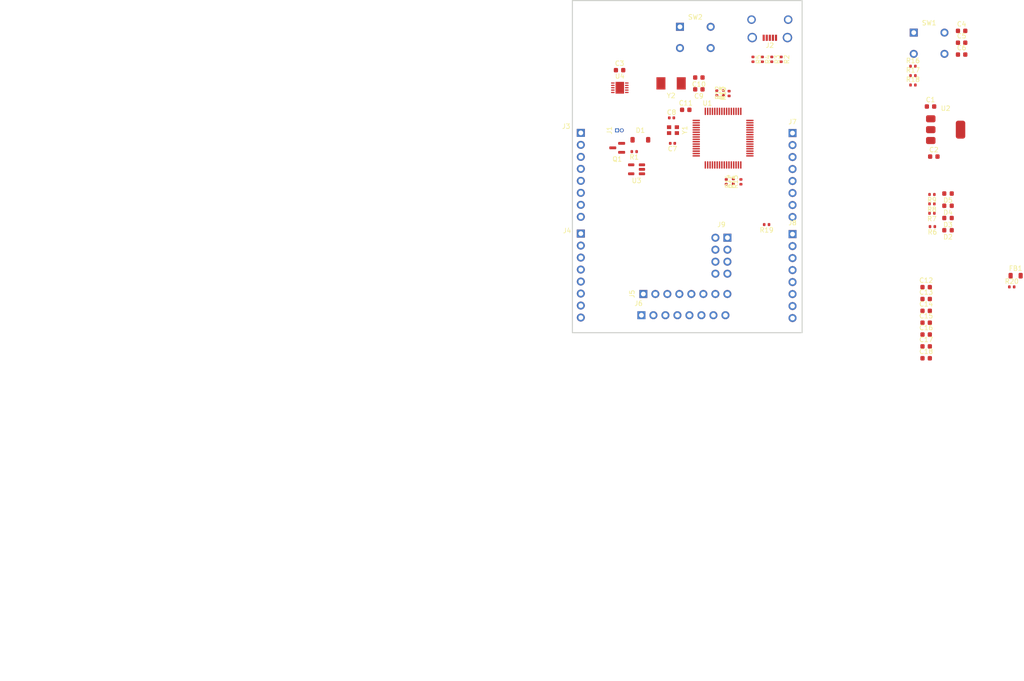
<source format=kicad_pcb>
(kicad_pcb (version 20241229) (generator "pcbnew") (generator_version "9.0")
  (layers (0 "F.Cu" signal) (2 "B.Cu" signal) (13 "F.Paste" user) (15 "B.Paste" user) (5 "F.SilkS" user "F.Silkscreen") (7 "B.SilkS" user "B.Silkscreen") (1 "F.Mask" user) (3 "B.Mask" user) (25 "Edge.Cuts" user))
  (net 0 "")
  (net 1 "/PB12-Y5")
  (net 2 "/PA9-VBUS")
  (net 3 "/PC13-X18")
  (net 4 "/PA15-YEL-P3")
  (net 5 "/PB14-Y7")
  (net 6 "/N4")
  (net 7 "/PB1-Y12")
  (net 8 "/PB9-Y4")
  (net 9 "/PA7-X8")
  (net 10 "/PA14-GRN-P4")
  (net 11 "/PC3-X22")
  (net 12 "/PA0-X1")
  (net 13 "/PB3-SW-X17")
  (net 14 "/N1")
  (net 15 "/PA13-RED-P5")
  (net 16 "/PB13-Y6")
  (net 17 "/PB5-MMA_AVDD")
  (net 18 "/PB7-SDA-X10")
  (net 19 "/PC11-SDIO_D3")
  (net 20 "/PC9-SDIO_D1")
  (net 21 "/PB11-Y10")
  (net 22 "/VCAP1")
  (net 23 "/PA1-X2")
  (net 24 "/PA4-X5")
  (net 25 "/PA3-X4")
  (net 26 "/N2")
  (net 27 "/PB2-BOOT1-MMA-INT")
  (net 28 "/PC4-X11")
  (net 29 "/PC6-Y1")
  (net 30 "/PB15-Y8")
  (net 31 "/PB4-BLU-P2")
  (net 32 "/RST#")
  (net 33 "/PA8-SDIO_SW")
  (net 34 "/PA5-X6")
  (net 35 "/PA2-X3")
  (net 36 "/PA10-ID")
  (net 37 "/PC1-X20")
  (net 38 "/VCAP2")
  (net 39 "/PB0-Y11")
  (net 40 "/N3")
  (net 41 "/PC8-SDIO_D0")
  (net 42 "/PC2-X21")
  (net 43 "/BOOT0-P1")
  (net 44 "/PB6-SCL-X9")
  (net 45 "/PA12-DP")
  (net 46 "/PC12-SDIO_CK")
  (net 47 "/PC5-X12")
  (net 48 "/PA6-X7")
  (net 49 "/PC0-X19")
  (net 50 "/PD2-SDIO_CMD")
  (net 51 "/PB8-Y3")
  (net 52 "/PC10-SDIO_D2")
  (net 53 "/PA11-DM")
  (net 54 "/PC7-Y2")
  (net 55 "/PB10-Y9")
  (net 56 "GND")
  (net 57 "+5V")
  (net 58 "+3V3")
  (net 59 "/VBUS")
  (net 60 "/R")
  (net 61 "/G")
  (net 62 "/Y")
  (net 63 "/B")
  (net 64 "VBAT")
  (net 65 "/ID")
  (net 66 "/D+")
  (net 67 "/D-")
  (net 68 "Net-(Q1-G)")
  (net 71 "/USR-SW")
  (net 75 "VBACKUP")
  (net 76 "A3V3")
  (net 77 "Net-(J5-Pin_6)")
  (net 78 "/P9B")
  (net 79 "/P10A")
  (net 80 "/P10D")
  (net 81 "/P10B")
  (net 82 "/P10C")
  (net 83 "/P9C")
  (net 84 "/P9D")
  (net 85 "/P9A")
  (footprint "Package_TO_SOT_SMD:SOT-23" (layer "F.Cu") (at 122.8 86.05 180)
    (property "Reference" "Q1" (at 0 -2.4 0) (layer "F.SilkS"))
    (property "Value" "DMP2160UW" (hide yes))
    (pad "1" smd roundrect (at -0.9375 -0.95 180) (size 1.475 0.6) (layers "F.Cu" "F.Mask" "F.Paste") (net 68 "Net-(Q1-G)"))
    (pad "2" smd roundrect (at -0.9375 0.95 180) (size 1.475 0.6) (layers "F.Cu" "F.Mask" "F.Paste") (net 57 "+5V"))
    (pad "3" smd roundrect (at 0.9375 0 180) (size 1.475 0.6) (layers "F.Cu" "F.Mask" "F.Paste") (net 64 "VBAT"))
  )
  (footprint "LED_SMD:LED_0603_1608Metric" (layer "F.Cu") (at 192.8 95.73 180)
    (property "Reference" "D5" (at 0 -1.43 0) (layer "F.SilkS"))
    (property "Value" "LED-BLUE" (hide yes))
    (pad "1" smd roundrect (at -0.7875 0 180) (size 0.875 0.95) (layers "F.Cu" "F.Mask" "F.Paste") (net 56 "GND"))
    (pad "2" smd roundrect (at 0.7875 0 180) (size 0.875 0.95) (layers "F.Cu" "F.Mask" "F.Paste") (net 63 "/B"))
  )
  (footprint "Connector_PinHeader_2.54mm:PinHeader_1x08_P2.54mm_Vertical" (layer "F.Cu") (at 115.1 82.88)
    (property "Reference" "J3" (at -3.1 -1.38 0) (layer "F.SilkS"))
    (property "Value" "Conn_01x08" (hide yes))
    (pad "1" thru_hole rect (at 0 0) (size 1.7 1.7) (drill 1) (layers "*.Cu" "*.Mask") (net 29 "/PC6-Y1"))
    (pad "2" thru_hole circle (at 0 2.54) (size 1.7 1.7) (drill 1) (layers "*.Cu" "*.Mask") (net 54 "/PC7-Y2"))
    (pad "3" thru_hole circle (at 0 5.08) (size 1.7 1.7) (drill 1) (layers "*.Cu" "*.Mask") (net 51 "/PB8-Y3"))
    (pad "4" thru_hole circle (at 0 7.62) (size 1.7 1.7) (drill 1) (layers "*.Cu" "*.Mask") (net 8 "/PB9-Y4"))
    (pad "5" thru_hole circle (at 0 10.16) (size 1.7 1.7) (drill 1) (layers "*.Cu" "*.Mask") (net 1 "/PB12-Y5"))
    (pad "6" thru_hole circle (at 0 12.7) (size 1.7 1.7) (drill 1) (layers "*.Cu" "*.Mask") (net 16 "/PB13-Y6"))
    (pad "7" thru_hole circle (at 0 15.24) (size 1.7 1.7) (drill 1) (layers "*.Cu" "*.Mask") (net 5 "/PB14-Y7"))
    (pad "8" thru_hole circle (at 0 17.78) (size 1.7 1.7) (drill 1) (layers "*.Cu" "*.Mask") (net 30 "/PB15-Y8"))
  )
  (footprint "Package_DFN_QFN:WDFN-10-1EP_3x3mm_P0.5mm_EP1.8x2.5mm" (layer "F.Cu") (at 123.35 73.325)
    (property "Reference" "U4" (at 0 -2.45 0) (layer "F.SilkS"))
    (property "Value" "MMA7660" (hide yes))
    (pad "1" smd roundrect (at -1.475 -1) (size 0.75 0.25) (layers "F.Cu" "F.Mask" "F.Paste") (net 56 "GND"))
    (pad "2" smd roundrect (at -1.475 -0.5) (size 0.75 0.25) (layers "F.Cu" "F.Mask" "F.Paste") (net 56 "GND"))
    (pad "3" smd roundrect (at -1.475 0) (size 0.75 0.25) (layers "F.Cu" "F.Mask" "F.Paste") (net 17 "/PB5-MMA_AVDD"))
    (pad "4" smd roundrect (at -1.475 0.5) (size 0.75 0.25) (layers "F.Cu" "F.Mask" "F.Paste") (net 56 "GND"))
    (pad "5" smd roundrect (at -1.475 1) (size 0.75 0.25) (layers "F.Cu" "F.Mask" "F.Paste") (net 27 "/PB2-BOOT1-MMA-INT"))
    (pad "6" smd roundrect (at 1.475 1) (size 0.75 0.25) (layers "F.Cu" "F.Mask" "F.Paste") (net 44 "/PB6-SCL-X9"))
    (pad "7" smd roundrect (at 1.475 0.5) (size 0.75 0.25) (layers "F.Cu" "F.Mask" "F.Paste") (net 18 "/PB7-SDA-X10"))
    (pad "8" smd roundrect (at 1.475 0) (size 0.75 0.25) (layers "F.Cu" "F.Mask" "F.Paste") (net 56 "GND"))
    (pad "9" smd roundrect (at 1.475 -0.5) (size 0.75 0.25) (layers "F.Cu" "F.Mask" "F.Paste") (net 58 "+3V3"))
    (pad "10" smd roundrect (at 1.475 -1) (size 0.75 0.25) (layers "F.Cu" "F.Mask" "F.Paste") (net 56 "GND"))
    (pad "11" smd rect (at 0 0) (size 1.8 2.5) (property pad_prop_heatsink) (layers "F.Cu" "F.Mask"))
  )
  (footprint "Resistor_SMD:R_0402_1005Metric" (layer "F.Cu") (at 146.475 74.55 90)
    (property "Reference" "R10" (at 0 -1.17 90) (layer "F.SilkS"))
    (property "Value" "100k" (hide yes))
    (pad "1" smd roundrect (at -0.51 0 90) (size 0.54 0.64) (layers "F.Cu" "F.Mask" "F.Paste") (net 17 "/PB5-MMA_AVDD"))
    (pad "2" smd roundrect (at 0.51 0 90) (size 0.54 0.64) (layers "F.Cu" "F.Mask" "F.Paste") (net 56 "GND"))
  )
  (footprint "Resistor_SMD:R_0402_1005Metric" (layer "F.Cu") (at 206.29 115.5)
    (property "Reference" "R20" (at 0 -1.17 0) (layer "F.SilkS"))
    (property "Value" "220R" (hide yes))
    (pad "1" smd roundrect (at -0.51 0) (size 0.54 0.64) (layers "F.Cu" "F.Mask" "F.Paste") (net 75 "VBACKUP"))
    (pad "2" smd roundrect (at 0.51 0) (size 0.54 0.64) (layers "F.Cu" "F.Mask" "F.Paste") (net 77 "Net-(J5-Pin_6)"))
  )
  (footprint "Capacitor_SMD:C_0603_1608Metric" (layer "F.Cu") (at 195.68 63.79)
    (property "Reference" "C5" (at 0 -1.43 0) (layer "F.SilkS"))
    (property "Value" "2u2" (hide yes))
    (pad "1" smd roundrect (at -0.775 0) (size 0.9 0.95) (layers "F.Cu" "F.Mask" "F.Paste") (net 38 "/VCAP2"))
    (pad "2" smd roundrect (at 0.775 0) (size 0.9 0.95) (layers "F.Cu" "F.Mask" "F.Paste") (net 56 "GND"))
  )
  (footprint "Resistor_SMD:R_0402_1005Metric" (layer "F.Cu") (at 154.41 102.3 180)
    (property "Reference" "R19" (at 0 -1.17 0) (layer "F.SilkS"))
    (property "Value" "100k" (hide yes))
    (pad "1" smd roundrect (at -0.51 0 180) (size 0.54 0.64) (layers "F.Cu" "F.Mask" "F.Paste") (net 58 "+3V3"))
    (pad "2" smd roundrect (at 0.51 0 180) (size 0.54 0.64) (layers "F.Cu" "F.Mask" "F.Paste") (net 36 "/PA10-ID"))
  )
  (footprint "Resistor_SMD:R_0402_1005Metric" (layer "F.Cu") (at 147.375 93.15 90)
    (property "Reference" "R14" (at 0 -1.17 90) (layer "F.SilkS"))
    (property "Value" "4k7" (hide yes))
    (pad "1" smd roundrect (at -0.51 0 90) (size 0.54 0.64) (layers "F.Cu" "F.Mask" "F.Paste") (net 58 "+3V3"))
    (pad "2" smd roundrect (at 0.51 0 90) (size 0.54 0.64) (layers "F.Cu" "F.Mask" "F.Paste") (net 55 "/PB10-Y9"))
  )
  (footprint "Inductor_SMD:L_0805_2012Metric" (layer "F.Cu") (at 207.11 113.13)
    (property "Reference" "FB1" (at 0 -1.55 0) (layer "F.SilkS"))
    (property "Value" "1k" (hide yes))
    (pad "1" smd roundrect (at -1.0625 0) (size 0.875 1.2) (layers "F.Cu" "F.Mask" "F.Paste") (net 58 "+3V3"))
    (pad "2" smd roundrect (at 1.0625 0) (size 0.875 1.2) (layers "F.Cu" "F.Mask" "F.Paste") (net 76 "A3V3"))
  )
  (footprint "Resistor_SMD:R_0402_1005Metric" (layer "F.Cu") (at 145.875 93.25 -90)
    (property "Reference" "R11" (at 0 -1.17 90) (layer "F.SilkS"))
    (property "Value" "100k" (hide yes))
    (pad "1" smd roundrect (at -0.51 0 270) (size 0.54 0.64) (layers "F.Cu" "F.Mask" "F.Paste") (net 27 "/PB2-BOOT1-MMA-INT"))
    (pad "2" smd roundrect (at 0.51 0 270) (size 0.54 0.64) (layers "F.Cu" "F.Mask" "F.Paste") (net 56 "GND"))
  )
  (footprint "Connector_PinHeader_2.54mm:PinHeader_1x08_P2.54mm_Vertical" (layer "F.Cu") (at 115.1 104.21)
    (property "Reference" "J4" (at -2.9 -0.61 0) (layer "F.SilkS"))
    (property "Value" "Conn_01x08" (hide yes))
    (pad "1" thru_hole rect (at 0 0) (size 1.7 1.7) (drill 1) (layers "*.Cu" "*.Mask") (net 44 "/PB6-SCL-X9"))
    (pad "2" thru_hole circle (at 0 2.54) (size 1.7 1.7) (drill 1) (layers "*.Cu" "*.Mask") (net 18 "/PB7-SDA-X10"))
    (pad "3" thru_hole circle (at 0 5.08) (size 1.7 1.7) (drill 1) (layers "*.Cu" "*.Mask") (net 28 "/PC4-X11"))
    (pad "4" thru_hole circle (at 0 7.62) (size 1.7 1.7) (drill 1) (layers "*.Cu" "*.Mask") (net 47 "/PC5-X12"))
    (pad "5" thru_hole circle (at 0 10.16) (size 1.7 1.7) (drill 1) (layers "*.Cu" "*.Mask") (net 32 "/RST#"))
    (pad "6" thru_hole circle (at 0 12.7) (size 1.7 1.7) (drill 1) (layers "*.Cu" "*.Mask") (net 56 "GND"))
    (pad "7" thru_hole circle (at 0 15.24) (size 1.7 1.7) (drill 1) (layers "*.Cu" "*.Mask") (net 58 "+3V3"))
    (pad "8" thru_hole circle (at 0 17.78) (size 1.7 1.7) (drill 1) (layers "*.Cu" "*.Mask") (net 57 "+5V"))
  )
  (footprint "Resistor_SMD:R_0402_1005Metric" (layer "F.Cu") (at 189.4 99.91 180)
    (property "Reference" "R7" (at 0 -1.17 0) (layer "F.SilkS"))
    (property "Value" "560R" (hide yes))
    (pad "1" smd roundrect (at -0.51 0 180) (size 0.54 0.64) (layers "F.Cu" "F.Mask" "F.Paste") (net 10 "/PA14-GRN-P4"))
    (pad "2" smd roundrect (at 0.51 0 180) (size 0.54 0.64) (layers "F.Cu" "F.Mask" "F.Paste") (net 61 "/G"))
  )
  (footprint "Resistor_SMD:R_0402_1005Metric" (layer "F.Cu") (at 189.4 97.92 180)
    (property "Reference" "R8" (at 0 -1.17 0) (layer "F.SilkS"))
    (property "Value" "560R" (hide yes))
    (pad "1" smd roundrect (at -0.51 0 180) (size 0.54 0.64) (layers "F.Cu" "F.Mask" "F.Paste") (net 4 "/PA15-YEL-P3"))
    (pad "2" smd roundrect (at 0.51 0 180) (size 0.54 0.64) (layers "F.Cu" "F.Mask" "F.Paste") (net 62 "/Y"))
  )
  (footprint "Connector_PinSocket_2.54mm:PinSocket_2x04_P2.54mm_Vertical" (layer "F.Cu") (at 146.12 105.08)
    (property "Reference" "J9" (at -1.27 -2.77 0) (layer "F.SilkS"))
    (property "Value" "Conn_02x04_Odd_Even" (hide yes))
    (pad "1" thru_hole rect (at 0 0) (size 1.7 1.7) (drill 1) (layers "*.Cu" "*.Mask") (net 84 "/P9D"))
    (pad "2" thru_hole circle (at -2.54 0) (size 1.7 1.7) (drill 1) (layers "*.Cu" "*.Mask") (net 80 "/P10D"))
    (pad "3" thru_hole circle (at 0 2.54) (size 1.7 1.7) (drill 1) (layers "*.Cu" "*.Mask") (net 83 "/P9C"))
    (pad "4" thru_hole circle (at -2.54 2.54) (size 1.7 1.7) (drill 1) (layers "*.Cu" "*.Mask") (net 82 "/P10C"))
    (pad "5" thru_hole circle (at 0 5.08) (size 1.7 1.7) (drill 1) (layers "*.Cu" "*.Mask") (net 78 "/P9B"))
    (pad "6" thru_hole circle (at -2.54 5.08) (size 1.7 1.7) (drill 1) (layers "*.Cu" "*.Mask") (net 81 "/P10B"))
    (pad "7" thru_hole circle (at 0 7.62) (size 1.7 1.7) (drill 1) (layers "*.Cu" "*.Mask") (net 85 "/P9A"))
    (pad "8" thru_hole circle (at -2.54 7.62) (size 1.7 1.7) (drill 1) (layers "*.Cu" "*.Mask") (net 79 "/P10A"))
  )
  (footprint "Capacitor_SMD:C_0603_1608Metric" (layer "F.Cu") (at 189.1 77.3)
    (property "Reference" "C1" (at 0 -1.43 0) (layer "F.SilkS"))
    (property "Value" "2u2" (hide yes))
    (pad "1" smd roundrect (at -0.775 0) (size 0.9 0.95) (layers "F.Cu" "F.Mask" "F.Paste") (net 57 "+5V"))
    (pad "2" smd roundrect (at 0.775 0) (size 0.9 0.95) (layers "F.Cu" "F.Mask" "F.Paste") (net 56 "GND"))
  )
  (footprint "Connector_USB:USB_Micro-B_Wuerth_629105150521_CircularHoles" (layer "F.Cu") (at 155.1 60.85 180)
    (property "Reference" "J2" (at 0 -3.5 180) (layer "F.SilkS"))
    (property "Value" "USB_B_Micro" (hide yes))
    (pad "" np_thru_hole circle (at -2.5 -0.8 180) (size 0.8 0.8) (drill 0.8) (layers "*.Cu" "*.Mask"))
    (pad "" np_thru_hole circle (at 2.5 -0.8 180) (size 0.8 0.8) (drill 0.8) (layers "*.Cu" "*.Mask"))
    (pad "1" smd rect (at -1.3 -1.9 180) (size 0.45 1.3) (layers "F.Cu" "F.Mask" "F.Paste") (net 59 "/VBUS"))
    (pad "2" smd rect (at -0.65 -1.9 180) (size 0.45 1.3) (layers "F.Cu" "F.Mask" "F.Paste") (net 67 "/D-"))
    (pad "3" smd rect (at 0 -1.9 180) (size 0.45 1.3) (layers "F.Cu" "F.Mask" "F.Paste") (net 66 "/D+"))
    (pad "4" smd rect (at 0.65 -1.9 180) (size 0.45 1.3) (layers "F.Cu" "F.Mask" "F.Paste") (net 65 "/ID"))
    (pad "5" smd rect (at 1.3 -1.9 180) (size 0.45 1.3) (layers "F.Cu" "F.Mask" "F.Paste") (net 56 "GND"))
    (pad "6" thru_hole circle (at -3.875 1.95 180) (size 1.8 1.8) (drill 1.2) (property pad_prop_heatsink) (layers "*.Cu" "*.Mask") (net 56 "GND"))
    (pad "6" thru_hole circle (at -3.725 -1.85 180) (size 2 2) (drill 1.4) (property pad_prop_heatsink) (layers "*.Cu" "*.Mask") (net 56 "GND"))
    (pad "6" thru_hole circle (at 3.725 -1.85 180) (size 2 2) (drill 1.4) (property pad_prop_heatsink) (layers "*.Cu" "*.Mask") (net 56 "GND"))
    (pad "6" thru_hole circle (at 3.875 1.95 180) (size 1.8 1.8) (drill 1.2) (property pad_prop_heatsink) (layers "*.Cu" "*.Mask") (net 56 "GND"))
  )
  (footprint "LED_SMD:LED_0603_1608Metric" (layer "F.Cu") (at 192.8 103.5 180)
    (property "Reference" "D2" (at 0 -1.43 0) (layer "F.SilkS"))
    (property "Value" "LED-RED" (hide yes))
    (pad "1" smd roundrect (at -0.7875 0 180) (size 0.875 0.95) (layers "F.Cu" "F.Mask" "F.Paste") (net 56 "GND"))
    (pad "2" smd roundrect (at 0.7875 0 180) (size 0.875 0.95) (layers "F.Cu" "F.Mask" "F.Paste") (net 60 "/R"))
  )
  (footprint "Resistor_SMD:R_0402_1005Metric" (layer "F.Cu") (at 148.975 93.25 90)
    (property "Reference" "R15" (at 0 -1.17 90) (layer "F.SilkS"))
    (property "Value" "4k7" (hide yes))
    (pad "1" smd roundrect (at -0.51 0 90) (size 0.54 0.64) (layers "F.Cu" "F.Mask" "F.Paste") (net 58 "+3V3"))
    (pad "2" smd roundrect (at 0.51 0 90) (size 0.54 0.64) (layers "F.Cu" "F.Mask" "F.Paste") (net 21 "/PB11-Y10"))
  )
  (footprint "Capacitor_SMD:C_0603_1608Metric" (layer "F.Cu") (at 195.68 61.28)
    (property "Reference" "C4" (at 0 -1.43 0) (layer "F.SilkS"))
    (property "Value" "2u2" (hide yes))
    (pad "1" smd roundrect (at -0.775 0) (size 0.9 0.95) (layers "F.Cu" "F.Mask" "F.Paste") (net 22 "/VCAP1"))
    (pad "2" smd roundrect (at 0.775 0) (size 0.9 0.95) (layers "F.Cu" "F.Mask" "F.Paste") (net 56 "GND"))
  )
  (footprint "Resistor_SMD:R_0402_1005Metric" (layer "F.Cu") (at 189.4 95.93 180)
    (property "Reference" "R9" (at 0 -1.17 0) (layer "F.SilkS"))
    (property "Value" "220R" (hide yes))
    (pad "1" smd roundrect (at -0.51 0 180) (size 0.54 0.64) (layers "F.Cu" "F.Mask" "F.Paste") (net 31 "/PB4-BLU-P2"))
    (pad "2" smd roundrect (at 0.51 0 180) (size 0.54 0.64) (layers "F.Cu" "F.Mask" "F.Paste") (net 63 "/B"))
  )
  (footprint "Resistor_SMD:R_0402_1005Metric" (layer "F.Cu") (at 185.38 68.77)
    (property "Reference" "R16" (at 0 -1.17 0) (layer "F.SilkS"))
    (property "Value" "4k7" (hide yes))
    (pad "1" smd roundrect (at -0.51 0) (size 0.54 0.64) (layers "F.Cu" "F.Mask" "F.Paste") (net 13 "/PB3-SW-X17"))
    (pad "2" smd roundrect (at 0.51 0) (size 0.54 0.64) (layers "F.Cu" "F.Mask" "F.Paste") (net 71 "/USR-SW"))
  )
  (footprint "Capacitor_SMD:C_0603_1608Metric" (layer "F.Cu") (at 140.08 71.16 180)
    (property "Reference" "C10" (at 0 -1.43 0) (layer "F.SilkS"))
    (property "Value" "2p2" (hide yes))
    (pad "1" smd roundrect (at -0.775 0 180) (size 0.9 0.95) (layers "F.Cu" "F.Mask" "F.Paste") (net 26 "/N2"))
    (pad "2" smd roundrect (at 0.775 0 180) (size 0.9 0.95) (layers "F.Cu" "F.Mask" "F.Paste") (net 56 "GND"))
  )
  (footprint "Resistor_SMD:R_0402_1005Metric" (layer "F.Cu") (at 155.51 67.31 -90)
    (property "Reference" "R3" (at 0 -1.17 90) (layer "F.SilkS"))
    (property "Value" "22R" (hide yes))
    (pad "1" smd roundrect (at -0.51 0 270) (size 0.54 0.64) (layers "F.Cu" "F.Mask" "F.Paste") (net 45 "/PA12-DP"))
    (pad "2" smd roundrect (at 0.51 0 270) (size 0.54 0.64) (layers "F.Cu" "F.Mask" "F.Paste") (net 66 "/D+"))
  )
  (footprint "Capacitor_SMD:C_0603_1608Metric" (layer "F.Cu") (at 188.175 123.08)
    (property "Reference" "C15" (at 0 -1.43 0) (layer "F.SilkS"))
    (property "Value" "100n" (hide yes))
    (pad "1" smd roundrect (at -0.775 0) (size 0.9 0.95) (layers "F.Cu" "F.Mask" "F.Paste") (net 58 "+3V3"))
    (pad "2" smd roundrect (at 0.775 0) (size 0.9 0.95) (layers "F.Cu" "F.Mask" "F.Paste") (net 56 "GND"))
  )
  (footprint "Diode_SMD:D_SOD-123" (layer "F.Cu") (at 127.7 84.35)
    (property "Reference" "D1" (at 0 -2 0) (layer "F.SilkS"))
    (property "Value" "MSE1PB-M3/89A" (hide yes))
    (pad "1" smd roundrect (at -1.65 0) (size 0.9 1.2) (layers "F.Cu" "F.Mask" "F.Paste") (net 57 "+5V"))
    (pad "2" smd roundrect (at 1.65 0) (size 0.9 1.2) (layers "F.Cu" "F.Mask" "F.Paste") (net 59 "/VBUS"))
  )
  (footprint "Connector_PinHeader_2.54mm:PinHeader_1x08_P2.54mm_Vertical" (layer "F.Cu") (at 128.33 117 90)
    (property "Reference" "J5" (at 0 -2.38 90) (layer "F.SilkS"))
    (property "Value" "Conn_01x08" (hide yes))
    (pad "1" thru_hole rect (at 0 0 90) (size 1.7 1.7) (drill 1) (layers "*.Cu" "*.Mask") (net 43 "/BOOT0-P1"))
    (pad "2" thru_hole circle (at 0 2.54 90) (size 1.7 1.7) (drill 1) (layers "*.Cu" "*.Mask") (net 31 "/PB4-BLU-P2"))
    (pad "3" thru_hole circle (at 0 5.08 90) (size 1.7 1.7) (drill 1) (layers "*.Cu" "*.Mask") (net 4 "/PA15-YEL-P3"))
    (pad "4" thru_hole circle (at 0 7.62 90) (size 1.7 1.7) (drill 1) (layers "*.Cu" "*.Mask") (net 10 "/PA14-GRN-P4"))
    (pad "5" thru_hole circle (at 0 10.16 90) (size 1.7 1.7) (drill 1) (layers "*.Cu" "*.Mask") (net 15 "/PA13-RED-P5"))
    (pad "6" thru_hole circle (at 0 12.7 90) (size 1.7 1.7) (drill 1) (layers "*.Cu" "*.Mask") (net 77 "Net-(J5-Pin_6)"))
    (pad "7" thru_hole circle (at 0 15.24 90) (size 1.7 1.7) (drill 1) (layers "*.Cu" "*.Mask") (net 57 "+5V"))
    (pad "8" thru_hole circle (at 0 17.78 90) (size 1.7 1.7) (drill 1) (layers "*.Cu" "*.Mask") (net 56 "GND"))
  )
  (footprint "Crystal:Crystal_SMD_Abracon_ABM10-4Pin_2.5x2.0mm" (layer "F.Cu") (at 134.6 82.3 -90)
    (property "Reference" "Y1" (at 0 -2.5 90) (layer "F.SilkS"))
    (property "Value" "Crystal_GND24" (hide yes))
    (pad "1" smd rect (at -0.625 -0.825 270) (size 0.8 0.9) (layers "F.Cu" "F.Mask" "F.Paste") (net 40 "/N3"))
    (pad "2" smd rect (at -0.625 0.825 270) (size 0.8 0.9) (layers "F.Cu" "F.Mask" "F.Paste") (net 56 "GND"))
    (pad "3" smd rect (at 0.625 0.825 270) (size 0.8 0.9) (layers "F.Cu" "F.Mask" "F.Paste") (net 56 "GND"))
    (pad "4" smd rect (at 0.625 -0.825 270) (size 0.8 0.9) (layers "F.Cu" "F.Mask" "F.Paste") (net 6 "/N4"))
  )
  (footprint "Capacitor_SMD:C_0603_1608Metric" (layer "F.Cu") (at 140.08 73.67 180)
    (property "Reference" "C9" (at 0 -1.43 0) (layer "F.SilkS"))
    (property "Value" "2p2" (hide yes))
    (pad "1" smd roundrect (at -0.775 0 180) (size 0.9 0.95) (layers "F.Cu" "F.Mask" "F.Paste") (net 14 "/N1"))
    (pad "2" smd roundrect (at 0.775 0 180) (size 0.9 0.95) (layers "F.Cu" "F.Mask" "F.Paste") (net 56 "GND"))
  )
  (footprint "Resistor_SMD:R_0402_1005Metric" (layer "F.Cu") (at 185.38 72.75)
    (property "Reference" "R18" (at 0 -1.17 0) (layer "F.SilkS"))
    (property "Value" "4k7" (hide yes))
    (pad "1" smd roundrect (at -0.51 0) (size 0.54 0.64) (layers "F.Cu" "F.Mask" "F.Paste") (net 58 "+3V3"))
    (pad "2" smd roundrect (at 0.51 0) (size 0.54 0.64) (layers "F.Cu" "F.Mask" "F.Paste") (net 32 "/RST#"))
  )
  (footprint "Capacitor_SMD:C_0603_1608Metric" (layer "F.Cu") (at 189.8 87.9)
    (property "Reference" "C2" (at 0 -1.43 0) (layer "F.SilkS"))
    (property "Value" "4u7" (hide yes))
    (pad "1" smd roundrect (at -0.775 0) (size 0.9 0.95) (layers "F.Cu" "F.Mask" "F.Paste") (net 58 "+3V3"))
    (pad "2" smd roundrect (at 0.775 0) (size 0.9 0.95) (layers "F.Cu" "F.Mask" "F.Paste") (net 56 "GND"))
  )
  (footprint "Resistor_SMD:R_0402_1005Metric" (layer "F.Cu") (at 185.38 70.76)
    (property "Reference" "R17" (at 0 -1.17 0) (layer "F.SilkS"))
    (property "Value" "100k" (hide yes))
    (pad "1" smd roundrect (at -0.51 0) (size 0.54 0.64) (layers "F.Cu" "F.Mask" "F.Paste") (net 43 "/BOOT0-P1"))
    (pad "2" smd roundrect (at 0.51 0) (size 0.54 0.64) (layers "F.Cu" "F.Mask" "F.Paste") (net 56 "GND"))
  )
  (footprint "Capacitor_SMD:C_0402_1005Metric" (layer "F.Cu") (at 134.3 79.7)
    (property "Reference" "C8" (at 0 -1.16 0) (layer "F.SilkS"))
    (property "Value" "10p" (hide yes))
    (pad "1" smd roundrect (at -0.48 0) (size 0.56 0.62) (layers "F.Cu" "F.Mask" "F.Paste") (net 40 "/N3"))
    (pad "2" smd roundrect (at 0.48 0) (size 0.56 0.62) (layers "F.Cu" "F.Mask" "F.Paste") (net 56 "GND"))
  )
  (footprint "Resistor_SMD:R_0402_1005Metric" (layer "F.Cu") (at 143.875 74.45 -90)
    (property "Reference" "R13" (at 0 -1.17 90) (layer "F.SilkS"))
    (property "Value" "4k7" (hide yes))
    (pad "1" smd roundrect (at -0.51 0 270) (size 0.54 0.64) (layers "F.Cu" "F.Mask" "F.Paste") (net 58 "+3V3"))
    (pad "2" smd roundrect (at 0.51 0 270) (size 0.54 0.64) (layers "F.Cu" "F.Mask" "F.Paste") (net 18 "/PB7-SDA-X10"))
  )
  (footprint "LED_SMD:LED_0603_1608Metric" (layer "F.Cu") (at 192.8 100.91 180)
    (property "Reference" "D3" (at 0 -1.43 0) (layer "F.SilkS"))
    (property "Value" "LED-GREEN" (hide yes))
    (pad "1" smd roundrect (at -0.7875 0 180) (size 0.875 0.95) (layers "F.Cu" "F.Mask" "F.Paste") (net 56 "GND"))
    (pad "2" smd roundrect (at 0.7875 0 180) (size 0.875 0.95) (layers "F.Cu" "F.Mask" "F.Paste") (net 61 "/G"))
  )
  (footprint "Capacitor_SMD:C_0603_1608Metric" (layer "F.Cu") (at 188.175 115.55)
    (property "Reference" "C12" (at 0 -1.43 0) (layer "F.SilkS"))
    (property "Value" "100n" (hide yes))
    (pad "1" smd roundrect (at -0.775 0) (size 0.9 0.95) (layers "F.Cu" "F.Mask" "F.Paste") (net 58 "+3V3"))
    (pad "2" smd roundrect (at 0.775 0) (size 0.9 0.95) (layers "F.Cu" "F.Mask" "F.Paste") (net 56 "GND"))
  )
  (footprint "Button_Switch_THT:SW_TH_Tactile_Omron_B3F-10xx" (layer "F.Cu") (at 185.55 61.65)
    (property "Reference" "SW1" (at 3.25 -2.05 0) (layer "F.SilkS"))
    (property "Value" "SW_MEC_5E" (hide yes))
    (pad "1" thru_hole rect (at 0 0) (size 1.7 1.7) (drill 1) (layers "*.Cu" "*.Mask"))
    (pad "1" thru_hole circle (at 6.5 0) (size 1.7 1.7) (drill 1) (layers "*.Cu" "*.Mask"))
    (pad "2" thru_hole circle (at 0 4.5) (size 1.7 1.7) (drill 1) (layers "*.Cu" "*.Mask") (net 56 "GND"))
    (pad "2" thru_hole circle (at 6.5 4.5) (size 1.7 1.7) (drill 1) (layers "*.Cu" "*.Mask") (net 56 "GND"))
  )
  (footprint "Crystal:Crystal_SMD_Abracon_ABM7-2Pin_6.0x3.5mm" (layer "F.Cu") (at 134.2 72.4 180)
    (property "Reference" "Y2" (at 0 -2.6 0) (layer "F.SilkS"))
    (property "Value" "Crystal" (hide yes))
    (pad "1" smd rect (at -2.15 0 180) (size 1.9 2.6) (layers "F.Cu" "F.Mask" "F.Paste") (net 14 "/N1"))
    (pad "2" smd rect (at 2.15 0 180) (size 1.9 2.6) (layers "F.Cu" "F.Mask" "F.Paste") (net 26 "/N2"))
  )
  (footprint "Capacitor_SMD:C_0603_1608Metric" (layer "F.Cu") (at 195.68 66.3)
    (property "Reference" "C6" (at 0 -1.43 0) (layer "F.SilkS"))
    (property "Value" "100n" (hide yes))
    (pad "1" smd roundrect (at -0.775 0) (size 0.9 0.95) (layers "F.Cu" "F.Mask" "F.Paste") (net 32 "/RST#"))
    (pad "2" smd roundrect (at 0.775 0) (size 0.9 0.95) (layers "F.Cu" "F.Mask" "F.Paste") (net 56 "GND"))
  )
  (footprint "Capacitor_SMD:C_0603_1608Metric" (layer "F.Cu") (at 188.175 125.59)
    (property "Reference" "C16" (at 0 -1.43 0) (layer "F.SilkS"))
    (property "Value" "4.7u" (hide yes))
    (pad "1" smd roundrect (at -0.775 0) (size 0.9 0.95) (layers "F.Cu" "F.Mask" "F.Paste") (net 58 "+3V3"))
    (pad "2" smd roundrect (at 0.775 0) (size 0.9 0.95) (layers "F.Cu" "F.Mask" "F.Paste") (net 56 "GND"))
  )
  (footprint "Connector_PinHeader_2.54mm:PinHeader_1x08_P2.54mm_Vertical" (layer "F.Cu") (at 159.9 104.32)
    (property "Reference" "J8" (at 0 -2.38 0) (layer "F.SilkS"))
    (property "Value" "Conn_01x08" (hide yes))
    (pad "1" thru_hole rect (at 0 0) (size 1.7 1.7) (drill 1) (layers "*.Cu" "*.Mask") (net 9 "/PA7-X8"))
    (pad "2" thru_hole circle (at 0 2.54) (size 1.7 1.7) (drill 1) (layers "*.Cu" "*.Mask") (net 48 "/PA6-X7"))
    (pad "3" thru_hole circle (at 0 5.08) (size 1.7 1.7) (drill 1) (layers "*.Cu" "*.Mask") (net 34 "/PA5-X6"))
    (pad "4" thru_hole circle (at 0 7.62) (size 1.7 1.7) (drill 1) (layers "*.Cu" "*.Mask") (net 24 "/PA4-X5"))
    (pad "5" thru_hole circle (at 0 10.16) (size 1.7 1.7) (drill 1) (layers "*.Cu" "*.Mask") (net 25 "/PA3-X4"))
    (pad "6" thru_hole circle (at 0 12.7) (size 1.7 1.7) (drill 1) (layers "*.Cu" "*.Mask") (net 35 "/PA2-X3"))
    (pad "7" thru_hole circle (at 0 15.24) (size 1.7 1.7) (drill 1) (layers "*.Cu" "*.Mask") (net 23 "/PA1-X2"))
    (pad "8" thru_hole circle (at 0 17.78) (size 1.7 1.7) (drill 1) (layers "*.Cu" "*.Mask") (net 12 "/PA0-X1"))
  )
  (footprint "Capacitor_SMD:C_0402_1005Metric" (layer "F.Cu") (at 134.5 85.1 180)
    (property "Reference" "C7" (at 0 -1.16 0) (layer "F.SilkS"))
    (property "Value" "10p" (hide yes))
    (pad "1" smd roundrect (at -0.48 0 180) (size 0.56 0.62) (layers "F.Cu" "F.Mask" "F.Paste") (net 6 "/N4"))
    (pad "2" smd roundrect (at 0.48 0 180) (size 0.56 0.62) (layers "F.Cu" "F.Mask" "F.Paste") (net 56 "GND"))
  )
  (footprint "Connector_PinHeader_2.54mm:PinHeader_1x08_P2.54mm_Vertical" (layer "F.Cu") (at 159.9 82.92)
    (property "Reference" "J7" (at 0 -2.38 0) (layer "F.SilkS"))
    (property "Value" "Conn_01x08" (hide yes))
    (pad "1" thru_hole rect (at 0 0) (size 1.7 1.7) (drill 1) (layers "*.Cu" "*.Mask") (net 57 "+5V"))
    (pad "2" thru_hole circle (at 0 2.54) (size 1.7 1.7) (drill 1) (layers "*.Cu" "*.Mask") (net 58 "+3V3"))
    (pad "3" thru_hole circle (at 0 5.08) (size 1.7 1.7) (drill 1) (layers "*.Cu" "*.Mask") (net 56 "GND"))
    (pad "4" thru_hole circle (at 0 7.62) (size 1.7 1.7) (drill 1) (layers "*.Cu" "*.Mask") (net 32 "/RST#"))
    (pad "5" thru_hole circle (at 0 10.16) (size 1.7 1.7) (drill 1) (layers "*.Cu" "*.Mask") (net 7 "/PB1-Y12"))
    (pad "6" thru_hole circle (at 0 12.7) (size 1.7 1.7) (drill 1) (layers "*.Cu" "*.Mask") (net 39 "/PB0-Y11"))
    (pad "7" thru_hole circle (at 0 15.24) (size 1.7 1.7) (drill 1) (layers "*.Cu" "*.Mask") (net 21 "/PB11-Y10"))
    (pad "8" thru_hole circle (at 0 17.78) (size 1.7 1.7) (drill 1) (layers "*.Cu" "*.Mask") (net 55 "/PB10-Y9"))
  )
  (footprint "Resistor_SMD:R_0402_1005Metric" (layer "F.Cu") (at 126.4 86.85 180)
    (property "Reference" "R1" (at 0 -1.17 0) (layer "F.SilkS"))
    (property "Value" "100k" (hide yes))
    (pad "1" smd roundrect (at -0.51 0 180) (size 0.54 0.64) (layers "F.Cu" "F.Mask" "F.Paste") (net 68 "Net-(Q1-G)"))
    (pad "2" smd roundrect (at 0.51 0 180) (size 0.54 0.64) (layers "F.Cu" "F.Mask" "F.Paste") (net 59 "/VBUS"))
  )
  (footprint "Package_QFP:LQFP-64_10x10mm_P0.5mm" (layer "F.Cu") (at 145.2 84)
    (property "Reference" "U1" (at -3.325 -7.4 0) (layer "F.SilkS"))
    (property "Value" "STM32F405RGT6" (hide yes))
    (pad "1" smd roundrect (at -5.675 -3.75) (size 1.55 0.3) (layers "F.Cu" "F.Mask" "F.Paste") (net 75 "VBACKUP"))
    (pad "2" smd roundrect (at -5.675 -3.25) (size 1.55 0.3) (layers "F.Cu" "F.Mask" "F.Paste") (net 3 "/PC13-X18"))
    (pad "3" smd roundrect (at -5.675 -2.75) (size 1.55 0.3) (layers "F.Cu" "F.Mask" "F.Paste") (net 14 "/N1"))
    (pad "4" smd roundrect (at -5.675 -2.25) (size 1.55 0.3) (layers "F.Cu" "F.Mask" "F.Paste") (net 26 "/N2"))
    (pad "5" smd roundrect (at -5.675 -1.75) (size 1.55 0.3) (layers "F.Cu" "F.Mask" "F.Paste") (net 40 "/N3"))
    (pad "6" smd roundrect (at -5.675 -1.25) (size 1.55 0.3) (layers "F.Cu" "F.Mask" "F.Paste") (net 6 "/N4"))
    (pad "7" smd roundrect (at -5.675 -0.75) (size 1.55 0.3) (layers "F.Cu" "F.Mask" "F.Paste") (net 32 "/RST#"))
    (pad "8" smd roundrect (at -5.675 -0.25) (size 1.55 0.3) (layers "F.Cu" "F.Mask" "F.Paste") (net 49 "/PC0-X19"))
    (pad "9" smd roundrect (at -5.675 0.25) (size 1.55 0.3) (layers "F.Cu" "F.Mask" "F.Paste") (net 37 "/PC1-X20"))
    (pad "10" smd roundrect (at -5.675 0.75) (size 1.55 0.3) (layers "F.Cu" "F.Mask" "F.Paste") (net 42 "/PC2-X21"))
    (pad "11" smd roundrect (at -5.675 1.25) (size 1.55 0.3) (layers "F.Cu" "F.Mask" "F.Paste") (net 11 "/PC3-X22"))
    (pad "12" smd roundrect (at -5.675 1.75) (size 1.55 0.3) (layers "F.Cu" "F.Mask" "F.Paste") (net 56 "GND"))
    (pad "13" smd roundrect (at -5.675 2.25) (size 1.55 0.3) (layers "F.Cu" "F.Mask" "F.Paste") (net 76 "A3V3"))
    (pad "14" smd roundrect (at -5.675 2.75) (size 1.55 0.3) (layers "F.Cu" "F.Mask" "F.Paste") (net 12 "/PA0-X1"))
    (pad "15" smd roundrect (at -5.675 3.25) (size 1.55 0.3) (layers "F.Cu" "F.Mask" "F.Paste") (net 23 "/PA1-X2"))
    (pad "16" smd roundrect (at -5.675 3.75) (size 1.55 0.3) (layers "F.Cu" "F.Mask" "F.Paste") (net 35 "/PA2-X3"))
    (pad "17" smd roundrect (at -3.75 5.675) (size 0.3 1.55) (layers "F.Cu" "F.Mask" "F.Paste") (net 25 "/PA3-X4"))
    (pad "18" smd roundrect (at -3.25 5.675) (size 0.3 1.55) (layers "F.Cu" "F.Mask" "F.Paste") (net 56 "GND"))
    (pad "19" smd roundrect (at -2.75 5.675) (size 0.3 1.55) (layers "F.Cu" "F.Mask" "F.Paste") (net 58 "+3V3"))
    (pad "20" smd roundrect (at -2.25 5.675) (size 0.3 1.55) (layers "F.Cu" "F.Mask" "F.Paste") (net 24 "/PA4-X5"))
    (pad "21" smd roundrect (at -1.75 5.675) (size 0.3 1.55) (layers "F.Cu" "F.Mask" "F.Paste") (net 34 "/PA5-X6"))
    (pad "22" smd roundrect (at -1.25 5.675) (size 0.3 1.55) (layers "F.Cu" "F.Mask" "F.Paste") (net 48 "/PA6-X7"))
    (pad "23" smd roundrect (at -0.75 5.675) (size 0.3 1.55) (layers "F.Cu" "F.Mask" "F.Paste") (net 9 "/PA7-X8"))
    (pad "24" smd roundrect (at -0.25 5.675) (size 0.3 1.55) (layers "F.Cu" "F.Mask" "F.Paste") (net 28 "/PC4-X11"))
    (pad "25" smd roundrect (at 0.25 5.675) (size 0.3 1.55) (layers "F.Cu" "F.Mask" "F.Paste") (net 47 "/PC5-X12"))
    (pad "26" smd roundrect (at 0.75 5.675) (size 0.3 1.55) (layers "F.Cu" "F.Mask" "F.Paste") (net 39 "/PB0-Y11"))
    (pad "27" smd roundrect (at 1.25 5.675) (size 0.3 1.55) (layers "F.Cu" "F.Mask" "F.Paste") (net 7 "/PB1-Y12"))
    (pad "28" smd roundrect (at 1.75 5.675) (size 0.3 1.55) (layers "F.Cu" "F.Mask" "F.Paste") (net 27 "/PB2-BOOT1-MMA-INT"))
    (pad "29" smd roundrect (at 2.25 5.675) (size 0.3 1.55) (layers "F.Cu" "F.Mask" "F.Paste") (net 55 "/PB10-Y9"))
    (pad "30" smd roundrect (at 2.75 5.675) (size 0.3 1.55) (layers "F.Cu" "F.Mask" "F.Paste") (net 21 "/PB11-Y10"))
    (pad "31" smd roundrect (at 3.25 5.675) (size 0.3 1.55) (layers "F.Cu" "F.Mask" "F.Paste") (net 22 "/VCAP1"))
    (pad "32" smd roundrect (at 3.75 5.675) (size 0.3 1.55) (layers "F.Cu" "F.Mask" "F.Paste") (net 58 "+3V3"))
    (pad "33" smd roundrect (at 5.675 3.75) (size 1.55 0.3) (layers "F.Cu" "F.Mask" "F.Paste") (net 1 "/PB12-Y5"))
    (pad "34" smd roundrect (at 5.675 3.25) (size 1.55 0.3) (layers "F.Cu" "F.Mask" "F.Paste") (net 16 "/PB13-Y6"))
    (pad "35" smd roundrect (at 5.675 2.75) (size 1.55 0.3) (layers "F.Cu" "F.Mask" "F.Paste") (net 5 "/PB14-Y7"))
    (pad "36" smd roundrect (at 5.675 2.25) (size 1.55 0.3) (layers "F.Cu" "F.Mask" "F.Paste") (net 30 "/PB15-Y8"))
    (pad "37" smd roundrect (at 5.675 1.75) (size 1.55 0.3) (layers "F.Cu" "F.Mask" "F.Paste") (net 29 "/PC6-Y1"))
    (pad "38" smd roundrect (at 5.675 1.25) (size 1.55 0.3) (layers "F.Cu" "F.Mask" "F.Paste") (net 54 "/PC7-Y2"))
    (pad "39" smd roundrect (at 5.675 0.75) (size 1.55 0.3) (layers "F.Cu" "F.Mask" "F.Paste") (net 41 "/PC8-SDIO_D0"))
    (pad "40" smd roundrect (at 5.675 0.25) (size 1.55 0.3) (layers "F.Cu" "F.Mask" "F.Paste") (net 20 "/PC9-SDIO_D1"))
    (pad "41" smd roundrect (at 5.675 -0.25) (size 1.55 0.3) (layers "F.Cu" "F.Mask" "F.Paste") (net 33 "/PA8-SDIO_SW"))
    (pad "42" smd roundrect (at 5.675 -0.75) (size 1.55 0.3) (layers "F.Cu" "F.Mask" "F.Paste") (net 2 "/PA9-VBUS"))
    (pad "43" smd roundrect (at 5.675 -1.25) (size 1.55 0.3) (layers "F.Cu" "F.Mask" "F.Paste") (net 36 "/PA10-ID"))
    (pad "44" smd roundrect (at 5.675 -1.75) (size 1.55 0.3) (layers "F.Cu" "F.Mask" "F.Paste") (net 53 "/PA11-DM"))
    (pad "45" smd roundrect (at 5.675 -2.25) (size 1.55 0.3) (layers "F.Cu" "F.Mask" "F.Paste") (net 45 "/PA12-DP"))
    (pad "46" smd roundrect (at 5.675 -2.75) (size 1.55 0.3) (layers "F.Cu" "F.Mask" "F.Paste") (net 15 "/PA13-RED-P5"))
    (pad "47" smd roundrect (at 5.675 -3.25) (size 1.55 0.3) (layers "F.Cu" "F.Mask" "F.Paste") (net 38 "/VCAP2"))
    (pad "48" smd roundrect (at 5.675 -3.75) (size 1.55 0.3) (layers "F.Cu" "F.Mask" "F.Paste") (net 58 "+3V3"))
    (pad "49" smd roundrect (at 3.75 -5.675) (size 0.3 1.55) (layers "F.Cu" "F.Mask" "F.Paste") (net 10 "/PA14-GRN-P4"))
    (pad "50" smd roundrect (at 3.25 -5.675) (size 0.3 1.55) (layers "F.Cu" "F.Mask" "F.Paste") (net 4 "/PA15-YEL-P3"))
    (pad "51" smd roundrect (at 2.75 -5.675) (size 0.3 1.55) (layers "F.Cu" "F.Mask" "F.Paste") (net 52 "/PC10-SDIO_D2"))
    (pad "52" smd roundrect (at 2.25 -5.675) (size 0.3 1.55) (layers "F.Cu" "F.Mask" "F.Paste") (net 19 "/PC11-SDIO_D3"))
    (pad "53" smd roundrect (at 1.75 -5.675) (size 0.3 1.55) (layers "F.Cu" "F.Mask" "F.Paste") (net 46 "/PC12-SDIO_CK"))
    (pad "54" smd roundrect (at 1.25 -5.675) (size 0.3 1.55) (layers "F.Cu" "F.Mask" "F.Paste") (net 50 "/PD2-SDIO_CMD"))
    (pad "55" smd roundrect (at 0.75 -5.675) (size 0.3 1.55) (layers "F.Cu" "F.Mask" "F.Paste") (net 13 "/PB3-SW-X17"))
    (pad "56" smd roundrect (at 0.25 -5.675) (size 0.3 1.55) (layers "F.Cu" "F.Mask" "F.Paste") (net 31 "/PB4-BLU-P2"))
    (pad "57" smd roundrect (at -0.25 -5.675) (size 0.3 1.55) (layers "F.Cu" "F.Mask" "F.Paste") (net 17 "/PB5-MMA_AVDD"))
    (pad "58" smd roundrect (at -0.75 -5.675) (size 0.3 1.55) (layers "F.Cu" "F.Mask" "F.Paste") (net 44 "/PB6-SCL-X9"))
    (pad "59" smd roundrect (at -1.25 -5.675) (size 0.3 1.55) (layers "F.Cu" "F.Mask" "F.Paste") (net 18 "/PB7-SDA-X10"))
    (pad "60" smd roundrect (at -1.75 -5.675) (size 0.3 1.55) (layers "F.Cu" "F.Mask" "F.Paste") (net 43 "/BOOT0-P1"))
    (pad "61" smd roundrect (at -2.25 -5.675) (size 0.3 1.55) (layers "F.Cu" "F.Mask" "F.Paste") (net 51 "/PB8-Y3"))
    (pad "62" smd roundrect (at -2.75 -5.675) (size 0.3 1.55) (layers "F.Cu" "F.Mask" "F.Paste") (net 8 "/PB9-Y4"))
    (pad "63" smd roundrect (at -3.25 -5.675) (size 0.3 1.55) (layers "F.Cu" "F.Mask" "F.Paste") (net 56 "GND"))
    (pad "64" smd roundrect (at -3.75 -5.675) (size 0.3 1.55) (layers "F.Cu" "F.Mask" "F.Paste") (net 58 "+3V3"))
  )
  (footprint "Capacitor_SMD:C_0603_1608Metric" (layer "F.Cu") (at 123.3 69.6)
    (property "Reference" "C3" (at 0 -1.43 0) (layer "F.SilkS"))
    (property "Value" "2u2" (hide yes))
    (pad "1" smd roundrect (at -0.775 0) (size 0.9 0.95) (layers "F.Cu" "F.Mask" "F.Paste") (net 17 "/PB5-MMA_AVDD"))
    (pad "2" smd roundrect (at 0.775 0) (size 0.9 0.95) (layers "F.Cu" "F.Mask" "F.Paste") (net 56 "GND"))
  )
  (footprint "Capacitor_SMD:C_0603_1608Metric" (layer "F.Cu") (at 188.175 128.1)
    (property "Reference" "C17" (at 0 -1.43 0) (layer "F.SilkS"))
    (property "Value" "4.7u" (hide yes))
    (pad "1" smd roundrect (at -0.775 0) (size 0.9 0.95) (layers "F.Cu" "F.Mask" "F.Paste") (net 76 "A3V3"))
    (pad "2" smd roundrect (at 0.775 0) (size 0.9 0.95) (layers "F.Cu" "F.Mask" "F.Paste") (net 56 "GND"))
  )
  (footprint "Connector_PinHeader_1.00mm:PinHeader_1x02_P1.00mm_Vertical" (layer "F.Cu") (at 122.7625 82.35 90)
    (property "Reference" "J1" (at 0 -1.61 90) (layer "F.SilkS"))
    (property "Value" "Conn_01x02" (hide yes))
    (pad "1" thru_hole rect (at 0 0 90) (size 0.85 0.85) (drill 0.5) (layers "*.Cu" "*.Mask") (net 64 "VBAT"))
    (pad "2" thru_hole circle (at 0 1 90) (size 0.85 0.85) (drill 0.5) (layers "*.Cu" "*.Mask") (net 56 "GND"))
  )
  (footprint "Package_TO_SOT_SMD:SOT-23-5" (layer "F.Cu") (at 126.9 90.6 180)
    (property "Reference" "U3" (at 0 -2.4 0) (layer "F.SilkS"))
    (property "Value" "MIC2005A-1YM5" (hide yes))
    (pad "1" smd roundrect (at -1.1375 -0.95 180) (size 1.325 0.6) (layers "F.Cu" "F.Mask" "F.Paste") (net 57 "+5V"))
    (pad "2" smd roundrect (at -1.1375 0 180) (size 1.325 0.6) (layers "F.Cu" "F.Mask" "F.Paste") (net 56 "GND"))
    (pad "3" smd roundrect (at -1.1375 0.95 180) (size 1.325 0.6) (layers "F.Cu" "F.Mask" "F.Paste") (net 63 "/B"))
    (pad "4" smd roundrect (at 1.1375 0.95 180) (size 1.325 0.6) (layers "F.Cu" "F.Mask" "F.Paste"))
    (pad "5" smd roundrect (at 1.1375 -0.95 180) (size 1.325 0.6) (layers "F.Cu" "F.Mask" "F.Paste") (net 59 "/VBUS"))
  )
  (footprint "Resistor_SMD:R_0402_1005Metric" (layer "F.Cu") (at 145.275 74.396359 90)
    (property "Reference" "R12" (at 0 -1.17 90) (layer "F.SilkS"))
    (property "Value" "4k7" (hide yes))
    (pad "1" smd roundrect (at -0.51 0 90) (size 0.54 0.64) (layers "F.Cu" "F.Mask" "F.Paste") (net 58 "+3V3"))
    (pad "2" smd roundrect (at 0.51 0 90) (size 0.54 0.64) (layers "F.Cu" "F.Mask" "F.Paste") (net 44 "/PB6-SCL-X9"))
  )
  (footprint "Package_TO_SOT_SMD:SOT-223-3_TabPin2" (layer "F.Cu") (at 192.3 82.2)
    (property "Reference" "U2" (at 0 -4.5 0) (layer "F.SilkS"))
    (property "Value" "MCP1703 3V3" (hide yes))
    (pad "1" smd roundrect (at -3.15 -2.3) (size 2 1.5) (layers "F.Cu" "F.Mask" "F.Paste") (net 57 "+5V"))
    (pad "2" smd roundrect (at -3.15 0) (size 2 1.5) (layers "F.Cu" "F.Mask" "F.Paste") (net 56 "GND"))
    (pad "2" smd roundrect (at 3.15 0) (size 2 3.8) (layers "F.Cu" "F.Mask" "F.Paste") (net 56 "GND"))
    (pad "3" smd roundrect (at -3.15 2.3) (size 2 1.5) (layers "F.Cu" "F.Mask" "F.Paste") (net 58 "+3V3"))
  )
  (footprint "LED_SMD:LED_0603_1608Metric" (layer "F.Cu") (at 192.8 98.32 180)
    (property "Reference" "D4" (at 0 -1.43 0) (layer "F.SilkS"))
    (property "Value" "LED-YELLOW" (hide yes))
    (pad "1" smd roundrect (at -0.7875 0 180) (size 0.875 0.95) (layers "F.Cu" "F.Mask" "F.Paste") (net 56 "GND"))
    (pad "2" smd roundrect (at 0.7875 0 180) (size 0.875 0.95) (layers "F.Cu" "F.Mask" "F.Paste") (net 62 "/Y"))
  )
  (footprint "Button_Switch_THT:SW_TH_Tactile_Omron_B3F-10xx" (layer "F.Cu") (at 136.08 60.42)
    (property "Reference" "SW2" (at 3.25 -2.05 0) (layer "F.SilkS"))
    (property "Value" "SW_MEC_5E" (hide yes))
    (pad "1" thru_hole rect (at 0 0) (size 1.7 1.7) (drill 1) (layers "*.Cu" "*.Mask") (net 71 "/USR-SW"))
    (pad "1" thru_hole circle (at 6.5 0) (size 1.7 1.7) (drill 1) (layers "*.Cu" "*.Mask") (net 71 "/USR-SW"))
    (pad "2" thru_hole circle (at 0 4.5) (size 1.7 1.7) (drill 1) (layers "*.Cu" "*.Mask"))
    (pad "2" thru_hole circle (at 6.5 4.5) (size 1.7 1.7) (drill 1) (layers "*.Cu" "*.Mask"))
  )
  (footprint "Resistor_SMD:R_0402_1005Metric" (layer "F.Cu") (at 157.5 67.31 -90)
    (property "Reference" "R2" (at 0 -1.17 90) (layer "F.SilkS"))
    (property "Value" "560R" (hide yes))
    (pad "1" smd roundrect (at -0.51 0 270) (size 0.54 0.64) (layers "F.Cu" "F.Mask" "F.Paste") (net 2 "/PA9-VBUS"))
    (pad "2" smd roundrect (at 0.51 0 270) (size 0.54 0.64) (layers "F.Cu" "F.Mask" "F.Paste") (net 59 "/VBUS"))
  )
  (footprint "Capacitor_SMD:C_0603_1608Metric" (layer "F.Cu") (at 188.175 118.06)
    (property "Reference" "C13" (at 0 -1.43 0) (layer "F.SilkS"))
    (property "Value" "100n" (hide yes))
    (pad "1" smd roundrect (at -0.775 0) (size 0.9 0.95) (layers "F.Cu" "F.Mask" "F.Paste") (net 58 "+3V3"))
    (pad "2" smd roundrect (at 0.775 0) (size 0.9 0.95) (layers "F.Cu" "F.Mask" "F.Paste") (net 56 "GND"))
  )
  (footprint "Capacitor_SMD:C_0603_1608Metric" (layer "F.Cu") (at 188.175 130.61)
    (property "Reference" "C18" (at 0 -1.43 0) (layer "F.SilkS"))
    (property "Value" "100n" (hide yes))
    (pad "1" smd roundrect (at -0.775 0) (size 0.9 0.95) (layers "F.Cu" "F.Mask" "F.Paste") (net 76 "A3V3"))
    (pad "2" smd roundrect (at 0.775 0) (size 0.9 0.95) (layers "F.Cu" "F.Mask" "F.Paste") (net 56 "GND"))
  )
  (footprint "Connector_PinHeader_2.54mm:PinHeader_1x08_P2.54mm_Vertical" (layer "F.Cu") (at 127.92 121.5 90)
    (property "Reference" "J6" (at 2.5 -0.6 180) (layer "F.SilkS"))
    (property "Value" "Conn_01x08" (hide yes))
    (pad "1" thru_hole rect (at 0 0 90) (size 1.7 1.7) (drill 1) (layers "*.Cu" "*.Mask") (net 13 "/PB3-SW-X17"))
    (pad "2" thru_hole circle (at 0 2.54 90) (size 1.7 1.7) (drill 1) (layers "*.Cu" "*.Mask") (net 3 "/PC13-X18"))
    (pad "3" thru_hole circle (at 0 5.08 90) (size 1.7 1.7) (drill 1) (layers "*.Cu" "*.Mask") (net 49 "/PC0-X19"))
    (pad "4" thru_hole circle (at 0 7.62 90) (size 1.7 1.7) (drill 1) (layers "*.Cu" "*.Mask") (net 37 "/PC1-X20"))
    (pad "5" thru_hole circle (at 0 10.16 90) (size 1.7 1.7) (drill 1) (layers "*.Cu" "*.Mask") (net 42 "/PC2-X21"))
    (pad "6" thru_hole circle (at 0 12.7 90) (size 1.7 1.7) (drill 1) (layers "*.Cu" "*.Mask") (net 11 "/PC3-X22"))
    (pad "7" thru_hole circle (at 0 15.24 90) (size 1.7 1.7) (drill 1) (layers "*.Cu" "*.Mask") (net 76 "A3V3"))
    (pad "8" thru_hole circle (at 0 17.78 90) (size 1.7 1.7) (drill 1) (layers "*.Cu" "*.Mask") (net 56 "GND"))
  )
  (footprint "Resistor_SMD:R_0402_1005Metric" (layer "F.Cu") (at 189.5 102.73 180)
    (property "Reference" "R6" (at 0 -1.17 0) (layer "F.SilkS"))
    (property "Value" "560R" (hide yes))
    (pad "1" smd roundrect (at -0.51 0 180) (size 0.54 0.64) (layers "F.Cu" "F.Mask" "F.Paste") (net 15 "/PA13-RED-P5"))
    (pad "2" smd roundrect (at 0.51 0 180) (size 0.54 0.64) (layers "F.Cu" "F.Mask" "F.Paste") (net 60 "/R"))
  )
  (footprint "Capacitor_SMD:C_0603_1608Metric" (layer "F.Cu") (at 137.3 78)
    (property "Reference" "C11" (at 0 -1.43 0) (layer "F.SilkS"))
    (property "Value" "100n" (hide yes))
    (pad "1" smd roundrect (at -0.775 0) (size 0.9 0.95) (layers "F.Cu" "F.Mask" "F.Paste") (net 75 "VBACKUP"))
    (pad "2" smd roundrect (at 0.775 0) (size 0.9 0.95) (layers "F.Cu" "F.Mask" "F.Paste") (net 56 "GND"))
  )
  (footprint "Resistor_SMD:R_0402_1005Metric" (layer "F.Cu") (at 153.52 67.31 -90)
    (property "Reference" "R4" (at 0 -1.17 90) (layer "F.SilkS"))
    (property "Value" "22R" (hide yes))
    (pad "1" smd roundrect (at -0.51 0 270) (size 0.54 0.64) (layers "F.Cu" "F.Mask" "F.Paste") (net 53 "/PA11-DM"))
    (pad "2" smd roundrect (at 0.51 0 270) (size 0.54 0.64) (layers "F.Cu" "F.Mask" "F.Paste") (net 67 "/D-"))
  )
  (footprint "Resistor_SMD:R_0402_1005Metric" (layer "F.Cu") (at 151.53 67.31 -90)
    (property "Reference" "R5" (at 0 -1.17 90) (layer "F.SilkS"))
    (property "Value" "560R" (hide yes))
    (pad "1" smd roundrect (at -0.51 0 270) (size 0.54 0.64) (layers "F.Cu" "F.Mask" "F.Paste") (net 36 "/PA10-ID"))
    (pad "2" smd roundrect (at 0.51 0 270) (size 0.54 0.64) (layers "F.Cu" "F.Mask" "F.Paste") (net 65 "/ID"))
  )
  (footprint "Capacitor_SMD:C_0603_1608Metric" (layer "F.Cu") (at 188.175 120.57)
    (property "Reference" "C14" (at 0 -1.43 0) (layer "F.SilkS"))
    (property "Value" "100n" (hide yes))
    (pad "1" smd roundrect (at -0.775 0) (size 0.9 0.95) (layers "F.Cu" "F.Mask" "F.Paste") (net 58 "+3V3"))
    (pad "2" smd roundrect (at 0.775 0) (size 0.9 0.95) (layers "F.Cu" "F.Mask" "F.Paste") (net 56 "GND"))
  )
  (gr_rect (start 113.32 54.86) (end 161.93 125.2) (stroke (width 0.23)) (fill no) (layer "Edge.Cuts"))
)
</source>
